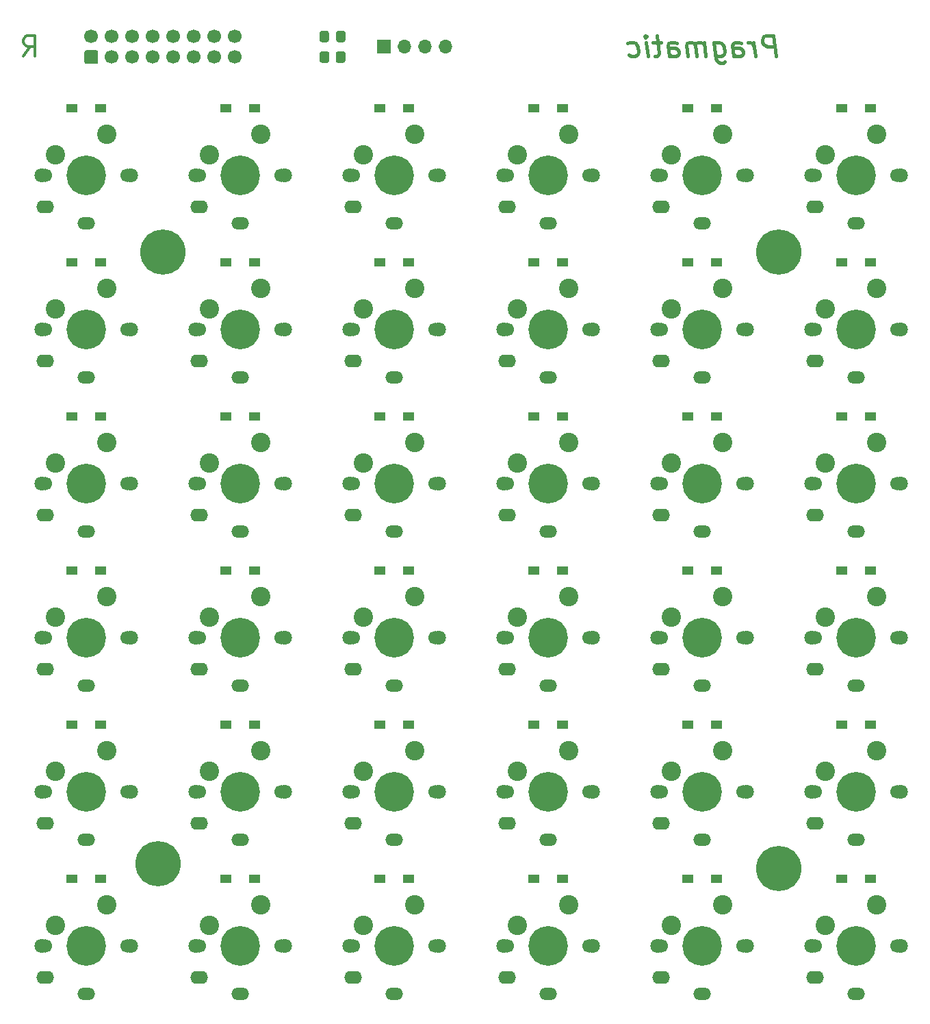
<source format=gbs>
%TF.GenerationSoftware,KiCad,Pcbnew,(5.1.12-1-10_14)*%
%TF.CreationDate,2021-11-19T19:24:17+08:00*%
%TF.ProjectId,Pragmatic,50726167-6d61-4746-9963-2e6b69636164,0.2*%
%TF.SameCoordinates,Original*%
%TF.FileFunction,Soldermask,Bot*%
%TF.FilePolarity,Negative*%
%FSLAX46Y46*%
G04 Gerber Fmt 4.6, Leading zero omitted, Abs format (unit mm)*
G04 Created by KiCad (PCBNEW (5.1.12-1-10_14)) date 2021-11-19 19:24:17*
%MOMM*%
%LPD*%
G01*
G04 APERTURE LIST*
%ADD10C,0.304800*%
%ADD11C,0.381000*%
%ADD12C,2.400000*%
%ADD13O,2.200000X1.600000*%
%ADD14C,4.900000*%
%ADD15C,1.800000*%
%ADD16O,2.200000X1.500000*%
%ADD17C,1.700000*%
%ADD18C,5.600000*%
%ADD19C,3.600000*%
%ADD20O,1.700000X1.700000*%
%ADD21R,1.700000X1.700000*%
%ADD22R,1.400000X1.000000*%
G04 APERTURE END LIST*
D10*
X49378809Y-42424047D02*
X50225476Y-41214523D01*
X50830238Y-42424047D02*
X50830238Y-39884047D01*
X49862619Y-39884047D01*
X49620714Y-40005000D01*
X49499761Y-40125952D01*
X49378809Y-40367857D01*
X49378809Y-40730714D01*
X49499761Y-40972619D01*
X49620714Y-41093571D01*
X49862619Y-41214523D01*
X50830238Y-41214523D01*
D11*
X142487914Y-42424047D02*
X142170414Y-39884047D01*
X141202795Y-39884047D01*
X140976009Y-40005000D01*
X140870176Y-40125952D01*
X140779462Y-40367857D01*
X140824819Y-40730714D01*
X140976009Y-40972619D01*
X141112081Y-41093571D01*
X141369105Y-41214523D01*
X142336724Y-41214523D01*
X139947914Y-42424047D02*
X139736247Y-40730714D01*
X139796724Y-41214523D02*
X139645533Y-40972619D01*
X139509462Y-40851666D01*
X139252438Y-40730714D01*
X139010533Y-40730714D01*
X137286962Y-42424047D02*
X137120652Y-41093571D01*
X137211366Y-40851666D01*
X137438152Y-40730714D01*
X137921962Y-40730714D01*
X138178986Y-40851666D01*
X137271843Y-42303095D02*
X137528866Y-42424047D01*
X138133628Y-42424047D01*
X138360414Y-42303095D01*
X138451128Y-42061190D01*
X138420890Y-41819285D01*
X138269700Y-41577380D01*
X138012676Y-41456428D01*
X137407914Y-41456428D01*
X137150890Y-41335476D01*
X134777200Y-40730714D02*
X135034224Y-42786904D01*
X135185414Y-43028809D01*
X135321486Y-43149761D01*
X135578509Y-43270714D01*
X135941366Y-43270714D01*
X136168152Y-43149761D01*
X134973747Y-42303095D02*
X135230771Y-42424047D01*
X135714581Y-42424047D01*
X135941366Y-42303095D01*
X136047200Y-42182142D01*
X136137914Y-41940238D01*
X136047200Y-41214523D01*
X135896009Y-40972619D01*
X135759938Y-40851666D01*
X135502914Y-40730714D01*
X135019105Y-40730714D01*
X134792319Y-40851666D01*
X133779343Y-42424047D02*
X133567676Y-40730714D01*
X133597914Y-40972619D02*
X133461843Y-40851666D01*
X133204819Y-40730714D01*
X132841962Y-40730714D01*
X132615176Y-40851666D01*
X132524462Y-41093571D01*
X132690771Y-42424047D01*
X132524462Y-41093571D02*
X132373271Y-40851666D01*
X132116247Y-40730714D01*
X131753390Y-40730714D01*
X131526605Y-40851666D01*
X131435890Y-41093571D01*
X131602200Y-42424047D01*
X129304105Y-42424047D02*
X129137795Y-41093571D01*
X129228509Y-40851666D01*
X129455295Y-40730714D01*
X129939105Y-40730714D01*
X130196128Y-40851666D01*
X129288986Y-42303095D02*
X129546009Y-42424047D01*
X130150771Y-42424047D01*
X130377557Y-42303095D01*
X130468271Y-42061190D01*
X130438033Y-41819285D01*
X130286843Y-41577380D01*
X130029819Y-41456428D01*
X129425057Y-41456428D01*
X129168033Y-41335476D01*
X128245771Y-40730714D02*
X127278152Y-40730714D01*
X127777081Y-39884047D02*
X128049224Y-42061190D01*
X127958509Y-42303095D01*
X127731724Y-42424047D01*
X127489819Y-42424047D01*
X126643152Y-42424047D02*
X126431486Y-40730714D01*
X126325652Y-39884047D02*
X126461724Y-40005000D01*
X126355890Y-40125952D01*
X126219819Y-40005000D01*
X126325652Y-39884047D01*
X126355890Y-40125952D01*
X124329938Y-42303095D02*
X124586962Y-42424047D01*
X125070771Y-42424047D01*
X125297557Y-42303095D01*
X125403390Y-42182142D01*
X125494105Y-41940238D01*
X125403390Y-41214523D01*
X125252200Y-40972619D01*
X125116128Y-40851666D01*
X124859105Y-40730714D01*
X124375295Y-40730714D01*
X124148509Y-40851666D01*
D12*
X53340000Y-54610000D03*
D13*
X52050000Y-61050000D03*
D12*
X59690000Y-52070000D03*
X59690000Y-52070000D03*
D13*
X52050000Y-61050000D03*
D14*
X57150000Y-57150000D03*
D15*
X51650000Y-57150000D03*
X62650000Y-57150000D03*
D16*
X57150000Y-63050000D03*
D12*
X53340000Y-54610000D03*
D17*
X62230000Y-57150000D03*
X52070000Y-57150000D03*
D18*
X142875000Y-142875000D03*
D19*
X142875000Y-142875000D03*
D18*
X142875000Y-66675000D03*
D19*
X142875000Y-66675000D03*
D18*
X66040000Y-142240000D03*
D19*
X66040000Y-142240000D03*
D18*
X66675000Y-66675000D03*
D19*
X66675000Y-66675000D03*
D17*
X75565000Y-40005000D03*
X73025000Y-40005000D03*
X70485000Y-40005000D03*
X67945000Y-40005000D03*
X65405000Y-40005000D03*
X62865000Y-40005000D03*
X60325000Y-40005000D03*
X57785000Y-40005000D03*
X75565000Y-42545000D03*
X73025000Y-42545000D03*
X70485000Y-42545000D03*
X67945000Y-42545000D03*
X65405000Y-42545000D03*
X62865000Y-42545000D03*
X60325000Y-42545000D03*
G36*
G01*
X58385000Y-43395000D02*
X57185000Y-43395000D01*
G75*
G02*
X56935000Y-43145000I0J250000D01*
G01*
X56935000Y-41945000D01*
G75*
G02*
X57185000Y-41695000I250000J0D01*
G01*
X58385000Y-41695000D01*
G75*
G02*
X58635000Y-41945000I0J-250000D01*
G01*
X58635000Y-43145000D01*
G75*
G02*
X58385000Y-43395000I-250000J0D01*
G01*
G37*
D20*
X101600000Y-41275000D03*
X99060000Y-41275000D03*
X96520000Y-41275000D03*
D21*
X93980000Y-41275000D03*
G36*
G01*
X86030000Y-42995400D02*
X86030000Y-42094600D01*
G75*
G02*
X86279600Y-41845000I249600J0D01*
G01*
X86980400Y-41845000D01*
G75*
G02*
X87230000Y-42094600I0J-249600D01*
G01*
X87230000Y-42995400D01*
G75*
G02*
X86980400Y-43245000I-249600J0D01*
G01*
X86279600Y-43245000D01*
G75*
G02*
X86030000Y-42995400I0J249600D01*
G01*
G37*
G36*
G01*
X88030000Y-42995400D02*
X88030000Y-42094600D01*
G75*
G02*
X88279600Y-41845000I249600J0D01*
G01*
X88980400Y-41845000D01*
G75*
G02*
X89230000Y-42094600I0J-249600D01*
G01*
X89230000Y-42995400D01*
G75*
G02*
X88980400Y-43245000I-249600J0D01*
G01*
X88279600Y-43245000D01*
G75*
G02*
X88030000Y-42995400I0J249600D01*
G01*
G37*
G36*
G01*
X88080000Y-40455450D02*
X88080000Y-39554550D01*
G75*
G02*
X88329550Y-39305000I249550J0D01*
G01*
X88980450Y-39305000D01*
G75*
G02*
X89230000Y-39554550I0J-249550D01*
G01*
X89230000Y-40455450D01*
G75*
G02*
X88980450Y-40705000I-249550J0D01*
G01*
X88329550Y-40705000D01*
G75*
G02*
X88080000Y-40455450I0J249550D01*
G01*
G37*
G36*
G01*
X86030000Y-40455450D02*
X86030000Y-39554550D01*
G75*
G02*
X86279550Y-39305000I249550J0D01*
G01*
X86930450Y-39305000D01*
G75*
G02*
X87180000Y-39554550I0J-249550D01*
G01*
X87180000Y-40455450D01*
G75*
G02*
X86930450Y-40705000I-249550J0D01*
G01*
X86279550Y-40705000D01*
G75*
G02*
X86030000Y-40455450I0J249550D01*
G01*
G37*
D12*
X148590000Y-149860000D03*
D13*
X147300000Y-156300000D03*
D12*
X154940000Y-147320000D03*
X154940000Y-147320000D03*
D13*
X147300000Y-156300000D03*
D14*
X152400000Y-152400000D03*
D15*
X146900000Y-152400000D03*
X157900000Y-152400000D03*
D16*
X152400000Y-158300000D03*
D12*
X148590000Y-149860000D03*
D17*
X157480000Y-152400000D03*
X147320000Y-152400000D03*
D12*
X129540000Y-149860000D03*
D13*
X128250000Y-156300000D03*
D12*
X135890000Y-147320000D03*
X135890000Y-147320000D03*
D13*
X128250000Y-156300000D03*
D14*
X133350000Y-152400000D03*
D15*
X127850000Y-152400000D03*
X138850000Y-152400000D03*
D16*
X133350000Y-158300000D03*
D12*
X129540000Y-149860000D03*
D17*
X138430000Y-152400000D03*
X128270000Y-152400000D03*
D12*
X110490000Y-149860000D03*
D13*
X109200000Y-156300000D03*
D12*
X116840000Y-147320000D03*
X116840000Y-147320000D03*
D13*
X109200000Y-156300000D03*
D14*
X114300000Y-152400000D03*
D15*
X108800000Y-152400000D03*
X119800000Y-152400000D03*
D16*
X114300000Y-158300000D03*
D12*
X110490000Y-149860000D03*
D17*
X119380000Y-152400000D03*
X109220000Y-152400000D03*
D12*
X91440000Y-149860000D03*
D13*
X90150000Y-156300000D03*
D12*
X97790000Y-147320000D03*
X97790000Y-147320000D03*
D13*
X90150000Y-156300000D03*
D14*
X95250000Y-152400000D03*
D15*
X89750000Y-152400000D03*
X100750000Y-152400000D03*
D16*
X95250000Y-158300000D03*
D12*
X91440000Y-149860000D03*
D17*
X100330000Y-152400000D03*
X90170000Y-152400000D03*
D12*
X72390000Y-149860000D03*
D13*
X71100000Y-156300000D03*
D12*
X78740000Y-147320000D03*
X78740000Y-147320000D03*
D13*
X71100000Y-156300000D03*
D14*
X76200000Y-152400000D03*
D15*
X70700000Y-152400000D03*
X81700000Y-152400000D03*
D16*
X76200000Y-158300000D03*
D12*
X72390000Y-149860000D03*
D17*
X81280000Y-152400000D03*
X71120000Y-152400000D03*
D12*
X53340000Y-149860000D03*
D13*
X52050000Y-156300000D03*
D12*
X59690000Y-147320000D03*
X59690000Y-147320000D03*
D13*
X52050000Y-156300000D03*
D14*
X57150000Y-152400000D03*
D15*
X51650000Y-152400000D03*
X62650000Y-152400000D03*
D16*
X57150000Y-158300000D03*
D12*
X53340000Y-149860000D03*
D17*
X62230000Y-152400000D03*
X52070000Y-152400000D03*
D12*
X148590000Y-130810000D03*
D13*
X147300000Y-137250000D03*
D12*
X154940000Y-128270000D03*
X154940000Y-128270000D03*
D13*
X147300000Y-137250000D03*
D14*
X152400000Y-133350000D03*
D15*
X146900000Y-133350000D03*
X157900000Y-133350000D03*
D16*
X152400000Y-139250000D03*
D12*
X148590000Y-130810000D03*
D17*
X157480000Y-133350000D03*
X147320000Y-133350000D03*
D12*
X129540000Y-130810000D03*
D13*
X128250000Y-137250000D03*
D12*
X135890000Y-128270000D03*
X135890000Y-128270000D03*
D13*
X128250000Y-137250000D03*
D14*
X133350000Y-133350000D03*
D15*
X127850000Y-133350000D03*
X138850000Y-133350000D03*
D16*
X133350000Y-139250000D03*
D12*
X129540000Y-130810000D03*
D17*
X138430000Y-133350000D03*
X128270000Y-133350000D03*
D12*
X110490000Y-130810000D03*
D13*
X109200000Y-137250000D03*
D12*
X116840000Y-128270000D03*
X116840000Y-128270000D03*
D13*
X109200000Y-137250000D03*
D14*
X114300000Y-133350000D03*
D15*
X108800000Y-133350000D03*
X119800000Y-133350000D03*
D16*
X114300000Y-139250000D03*
D12*
X110490000Y-130810000D03*
D17*
X119380000Y-133350000D03*
X109220000Y-133350000D03*
D12*
X91440000Y-130810000D03*
D13*
X90150000Y-137250000D03*
D12*
X97790000Y-128270000D03*
X97790000Y-128270000D03*
D13*
X90150000Y-137250000D03*
D14*
X95250000Y-133350000D03*
D15*
X89750000Y-133350000D03*
X100750000Y-133350000D03*
D16*
X95250000Y-139250000D03*
D12*
X91440000Y-130810000D03*
D17*
X100330000Y-133350000D03*
X90170000Y-133350000D03*
D12*
X72390000Y-130810000D03*
D13*
X71100000Y-137250000D03*
D12*
X78740000Y-128270000D03*
X78740000Y-128270000D03*
D13*
X71100000Y-137250000D03*
D14*
X76200000Y-133350000D03*
D15*
X70700000Y-133350000D03*
X81700000Y-133350000D03*
D16*
X76200000Y-139250000D03*
D12*
X72390000Y-130810000D03*
D17*
X81280000Y-133350000D03*
X71120000Y-133350000D03*
D12*
X53340000Y-130810000D03*
D13*
X52050000Y-137250000D03*
D12*
X59690000Y-128270000D03*
X59690000Y-128270000D03*
D13*
X52050000Y-137250000D03*
D14*
X57150000Y-133350000D03*
D15*
X51650000Y-133350000D03*
X62650000Y-133350000D03*
D16*
X57150000Y-139250000D03*
D12*
X53340000Y-130810000D03*
D17*
X62230000Y-133350000D03*
X52070000Y-133350000D03*
D12*
X148590000Y-111760000D03*
D13*
X147300000Y-118200000D03*
D12*
X154940000Y-109220000D03*
X154940000Y-109220000D03*
D13*
X147300000Y-118200000D03*
D14*
X152400000Y-114300000D03*
D15*
X146900000Y-114300000D03*
X157900000Y-114300000D03*
D16*
X152400000Y-120200000D03*
D12*
X148590000Y-111760000D03*
D17*
X157480000Y-114300000D03*
X147320000Y-114300000D03*
D12*
X129540000Y-111760000D03*
D13*
X128250000Y-118200000D03*
D12*
X135890000Y-109220000D03*
X135890000Y-109220000D03*
D13*
X128250000Y-118200000D03*
D14*
X133350000Y-114300000D03*
D15*
X127850000Y-114300000D03*
X138850000Y-114300000D03*
D16*
X133350000Y-120200000D03*
D12*
X129540000Y-111760000D03*
D17*
X138430000Y-114300000D03*
X128270000Y-114300000D03*
D12*
X110490000Y-111760000D03*
D13*
X109200000Y-118200000D03*
D12*
X116840000Y-109220000D03*
X116840000Y-109220000D03*
D13*
X109200000Y-118200000D03*
D14*
X114300000Y-114300000D03*
D15*
X108800000Y-114300000D03*
X119800000Y-114300000D03*
D16*
X114300000Y-120200000D03*
D12*
X110490000Y-111760000D03*
D17*
X119380000Y-114300000D03*
X109220000Y-114300000D03*
D12*
X91440000Y-111760000D03*
D13*
X90150000Y-118200000D03*
D12*
X97790000Y-109220000D03*
X97790000Y-109220000D03*
D13*
X90150000Y-118200000D03*
D14*
X95250000Y-114300000D03*
D15*
X89750000Y-114300000D03*
X100750000Y-114300000D03*
D16*
X95250000Y-120200000D03*
D12*
X91440000Y-111760000D03*
D17*
X100330000Y-114300000D03*
X90170000Y-114300000D03*
D12*
X72390000Y-111760000D03*
D13*
X71100000Y-118200000D03*
D12*
X78740000Y-109220000D03*
X78740000Y-109220000D03*
D13*
X71100000Y-118200000D03*
D14*
X76200000Y-114300000D03*
D15*
X70700000Y-114300000D03*
X81700000Y-114300000D03*
D16*
X76200000Y-120200000D03*
D12*
X72390000Y-111760000D03*
D17*
X81280000Y-114300000D03*
X71120000Y-114300000D03*
D12*
X53340000Y-111760000D03*
D13*
X52050000Y-118200000D03*
D12*
X59690000Y-109220000D03*
X59690000Y-109220000D03*
D13*
X52050000Y-118200000D03*
D14*
X57150000Y-114300000D03*
D15*
X51650000Y-114300000D03*
X62650000Y-114300000D03*
D16*
X57150000Y-120200000D03*
D12*
X53340000Y-111760000D03*
D17*
X62230000Y-114300000D03*
X52070000Y-114300000D03*
D12*
X148590000Y-92710000D03*
D13*
X147300000Y-99150000D03*
D12*
X154940000Y-90170000D03*
X154940000Y-90170000D03*
D13*
X147300000Y-99150000D03*
D14*
X152400000Y-95250000D03*
D15*
X146900000Y-95250000D03*
X157900000Y-95250000D03*
D16*
X152400000Y-101150000D03*
D12*
X148590000Y-92710000D03*
D17*
X157480000Y-95250000D03*
X147320000Y-95250000D03*
D12*
X129540000Y-92710000D03*
D13*
X128250000Y-99150000D03*
D12*
X135890000Y-90170000D03*
X135890000Y-90170000D03*
D13*
X128250000Y-99150000D03*
D14*
X133350000Y-95250000D03*
D15*
X127850000Y-95250000D03*
X138850000Y-95250000D03*
D16*
X133350000Y-101150000D03*
D12*
X129540000Y-92710000D03*
D17*
X138430000Y-95250000D03*
X128270000Y-95250000D03*
D12*
X110490000Y-92710000D03*
D13*
X109200000Y-99150000D03*
D12*
X116840000Y-90170000D03*
X116840000Y-90170000D03*
D13*
X109200000Y-99150000D03*
D14*
X114300000Y-95250000D03*
D15*
X108800000Y-95250000D03*
X119800000Y-95250000D03*
D16*
X114300000Y-101150000D03*
D12*
X110490000Y-92710000D03*
D17*
X119380000Y-95250000D03*
X109220000Y-95250000D03*
D12*
X91440000Y-92710000D03*
D13*
X90150000Y-99150000D03*
D12*
X97790000Y-90170000D03*
X97790000Y-90170000D03*
D13*
X90150000Y-99150000D03*
D14*
X95250000Y-95250000D03*
D15*
X89750000Y-95250000D03*
X100750000Y-95250000D03*
D16*
X95250000Y-101150000D03*
D12*
X91440000Y-92710000D03*
D17*
X100330000Y-95250000D03*
X90170000Y-95250000D03*
D12*
X72390000Y-92710000D03*
D13*
X71100000Y-99150000D03*
D12*
X78740000Y-90170000D03*
X78740000Y-90170000D03*
D13*
X71100000Y-99150000D03*
D14*
X76200000Y-95250000D03*
D15*
X70700000Y-95250000D03*
X81700000Y-95250000D03*
D16*
X76200000Y-101150000D03*
D12*
X72390000Y-92710000D03*
D17*
X81280000Y-95250000D03*
X71120000Y-95250000D03*
D12*
X53340000Y-92710000D03*
D13*
X52050000Y-99150000D03*
D12*
X59690000Y-90170000D03*
X59690000Y-90170000D03*
D13*
X52050000Y-99150000D03*
D14*
X57150000Y-95250000D03*
D15*
X51650000Y-95250000D03*
X62650000Y-95250000D03*
D16*
X57150000Y-101150000D03*
D12*
X53340000Y-92710000D03*
D17*
X62230000Y-95250000D03*
X52070000Y-95250000D03*
D12*
X148590000Y-73660000D03*
D13*
X147300000Y-80100000D03*
D12*
X154940000Y-71120000D03*
X154940000Y-71120000D03*
D13*
X147300000Y-80100000D03*
D14*
X152400000Y-76200000D03*
D15*
X146900000Y-76200000D03*
X157900000Y-76200000D03*
D16*
X152400000Y-82100000D03*
D12*
X148590000Y-73660000D03*
D17*
X157480000Y-76200000D03*
X147320000Y-76200000D03*
D12*
X129540000Y-73660000D03*
D13*
X128250000Y-80100000D03*
D12*
X135890000Y-71120000D03*
X135890000Y-71120000D03*
D13*
X128250000Y-80100000D03*
D14*
X133350000Y-76200000D03*
D15*
X127850000Y-76200000D03*
X138850000Y-76200000D03*
D16*
X133350000Y-82100000D03*
D12*
X129540000Y-73660000D03*
D17*
X138430000Y-76200000D03*
X128270000Y-76200000D03*
D12*
X110490000Y-73660000D03*
D13*
X109200000Y-80100000D03*
D12*
X116840000Y-71120000D03*
X116840000Y-71120000D03*
D13*
X109200000Y-80100000D03*
D14*
X114300000Y-76200000D03*
D15*
X108800000Y-76200000D03*
X119800000Y-76200000D03*
D16*
X114300000Y-82100000D03*
D12*
X110490000Y-73660000D03*
D17*
X119380000Y-76200000D03*
X109220000Y-76200000D03*
D12*
X91440000Y-73660000D03*
D13*
X90150000Y-80100000D03*
D12*
X97790000Y-71120000D03*
X97790000Y-71120000D03*
D13*
X90150000Y-80100000D03*
D14*
X95250000Y-76200000D03*
D15*
X89750000Y-76200000D03*
X100750000Y-76200000D03*
D16*
X95250000Y-82100000D03*
D12*
X91440000Y-73660000D03*
D17*
X100330000Y-76200000D03*
X90170000Y-76200000D03*
D12*
X148590000Y-54610000D03*
D13*
X147300000Y-61050000D03*
D12*
X154940000Y-52070000D03*
X154940000Y-52070000D03*
D13*
X147300000Y-61050000D03*
D14*
X152400000Y-57150000D03*
D15*
X146900000Y-57150000D03*
X157900000Y-57150000D03*
D16*
X152400000Y-63050000D03*
D12*
X148590000Y-54610000D03*
D17*
X157480000Y-57150000D03*
X147320000Y-57150000D03*
D12*
X129540000Y-54610000D03*
D13*
X128250000Y-61050000D03*
D12*
X135890000Y-52070000D03*
X135890000Y-52070000D03*
D13*
X128250000Y-61050000D03*
D14*
X133350000Y-57150000D03*
D15*
X127850000Y-57150000D03*
X138850000Y-57150000D03*
D16*
X133350000Y-63050000D03*
D12*
X129540000Y-54610000D03*
D17*
X138430000Y-57150000D03*
X128270000Y-57150000D03*
D12*
X110490000Y-54610000D03*
D13*
X109200000Y-61050000D03*
D12*
X116840000Y-52070000D03*
X116840000Y-52070000D03*
D13*
X109200000Y-61050000D03*
D14*
X114300000Y-57150000D03*
D15*
X108800000Y-57150000D03*
X119800000Y-57150000D03*
D16*
X114300000Y-63050000D03*
D12*
X110490000Y-54610000D03*
D17*
X119380000Y-57150000D03*
X109220000Y-57150000D03*
D12*
X91440000Y-54610000D03*
D13*
X90150000Y-61050000D03*
D12*
X97790000Y-52070000D03*
X97790000Y-52070000D03*
D13*
X90150000Y-61050000D03*
D14*
X95250000Y-57150000D03*
D15*
X89750000Y-57150000D03*
X100750000Y-57150000D03*
D16*
X95250000Y-63050000D03*
D12*
X91440000Y-54610000D03*
D17*
X100330000Y-57150000D03*
X90170000Y-57150000D03*
D22*
X150625000Y-144145000D03*
X154175000Y-144145000D03*
X131575000Y-144145000D03*
X135125000Y-144145000D03*
X112525000Y-144145000D03*
X116075000Y-144145000D03*
X93475000Y-144145000D03*
X97025000Y-144145000D03*
X74425000Y-144145000D03*
X77975000Y-144145000D03*
X55375000Y-144145000D03*
X58925000Y-144145000D03*
X150625000Y-125095000D03*
X154175000Y-125095000D03*
X131575000Y-125095000D03*
X135125000Y-125095000D03*
X112525000Y-125095000D03*
X116075000Y-125095000D03*
X93475000Y-125095000D03*
X97025000Y-125095000D03*
X74425000Y-125095000D03*
X77975000Y-125095000D03*
X55375000Y-125095000D03*
X58925000Y-125095000D03*
X150625000Y-106045000D03*
X154175000Y-106045000D03*
X131575000Y-106045000D03*
X135125000Y-106045000D03*
X112525000Y-106045000D03*
X116075000Y-106045000D03*
X93475000Y-106045000D03*
X97025000Y-106045000D03*
X74425000Y-106045000D03*
X77975000Y-106045000D03*
X55375000Y-106045000D03*
X58925000Y-106045000D03*
X150625000Y-86995000D03*
X154175000Y-86995000D03*
X131575000Y-86995000D03*
X135125000Y-86995000D03*
X112525000Y-86995000D03*
X116075000Y-86995000D03*
X93475000Y-86995000D03*
X97025000Y-86995000D03*
X74425000Y-86995000D03*
X77975000Y-86995000D03*
X55375000Y-86995000D03*
X58925000Y-86995000D03*
X150625000Y-67945000D03*
X154175000Y-67945000D03*
X131575000Y-67945000D03*
X135125000Y-67945000D03*
X112525000Y-67945000D03*
X116075000Y-67945000D03*
X93475000Y-67945000D03*
X97025000Y-67945000D03*
X150625000Y-48895000D03*
X154175000Y-48895000D03*
X131575000Y-48895000D03*
X135125000Y-48895000D03*
X112525000Y-48895000D03*
X116075000Y-48895000D03*
X93475000Y-48895000D03*
X97025000Y-48895000D03*
D12*
X72390000Y-73660000D03*
D13*
X71100000Y-80100000D03*
D12*
X78740000Y-71120000D03*
X78740000Y-71120000D03*
D13*
X71100000Y-80100000D03*
D14*
X76200000Y-76200000D03*
D15*
X70700000Y-76200000D03*
X81700000Y-76200000D03*
D16*
X76200000Y-82100000D03*
D12*
X72390000Y-73660000D03*
D17*
X81280000Y-76200000D03*
X71120000Y-76200000D03*
D12*
X53340000Y-73660000D03*
D13*
X52050000Y-80100000D03*
D12*
X59690000Y-71120000D03*
X59690000Y-71120000D03*
D13*
X52050000Y-80100000D03*
D14*
X57150000Y-76200000D03*
D15*
X51650000Y-76200000D03*
X62650000Y-76200000D03*
D16*
X57150000Y-82100000D03*
D12*
X53340000Y-73660000D03*
D17*
X62230000Y-76200000D03*
X52070000Y-76200000D03*
D12*
X72390000Y-54610000D03*
D13*
X71100000Y-61050000D03*
D12*
X78740000Y-52070000D03*
X78740000Y-52070000D03*
D13*
X71100000Y-61050000D03*
D14*
X76200000Y-57150000D03*
D15*
X70700000Y-57150000D03*
X81700000Y-57150000D03*
D16*
X76200000Y-63050000D03*
D12*
X72390000Y-54610000D03*
D17*
X81280000Y-57150000D03*
X71120000Y-57150000D03*
D22*
X74425000Y-67945000D03*
X77975000Y-67945000D03*
X55375000Y-67945000D03*
X58925000Y-67945000D03*
X74425000Y-48895000D03*
X77975000Y-48895000D03*
X55375000Y-48895000D03*
X58925000Y-48895000D03*
M02*

</source>
